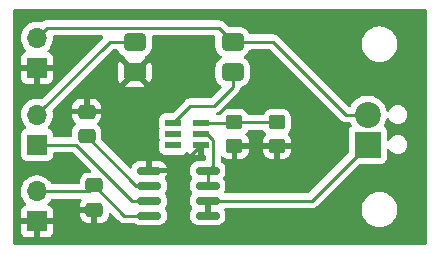
<source format=gtl>
G04 #@! TF.GenerationSoftware,KiCad,Pcbnew,7.0.2*
G04 #@! TF.CreationDate,2023-05-22T10:47:49+02:00*
G04 #@! TF.ProjectId,relaismsofet correctie,72656c61-6973-46d7-936f-66657420636f,rev?*
G04 #@! TF.SameCoordinates,Original*
G04 #@! TF.FileFunction,Copper,L1,Top*
G04 #@! TF.FilePolarity,Positive*
%FSLAX46Y46*%
G04 Gerber Fmt 4.6, Leading zero omitted, Abs format (unit mm)*
G04 Created by KiCad (PCBNEW 7.0.2) date 2023-05-22 10:47:49*
%MOMM*%
%LPD*%
G01*
G04 APERTURE LIST*
G04 Aperture macros list*
%AMRoundRect*
0 Rectangle with rounded corners*
0 $1 Rounding radius*
0 $2 $3 $4 $5 $6 $7 $8 $9 X,Y pos of 4 corners*
0 Add a 4 corners polygon primitive as box body*
4,1,4,$2,$3,$4,$5,$6,$7,$8,$9,$2,$3,0*
0 Add four circle primitives for the rounded corners*
1,1,$1+$1,$2,$3*
1,1,$1+$1,$4,$5*
1,1,$1+$1,$6,$7*
1,1,$1+$1,$8,$9*
0 Add four rect primitives between the rounded corners*
20,1,$1+$1,$2,$3,$4,$5,0*
20,1,$1+$1,$4,$5,$6,$7,0*
20,1,$1+$1,$6,$7,$8,$9,0*
20,1,$1+$1,$8,$9,$2,$3,0*%
G04 Aperture macros list end*
G04 #@! TA.AperFunction,SMDPad,CuDef*
%ADD10RoundRect,0.375000X0.575000X0.375000X-0.575000X0.375000X-0.575000X-0.375000X0.575000X-0.375000X0*%
G04 #@! TD*
G04 #@! TA.AperFunction,SMDPad,CuDef*
%ADD11RoundRect,0.041300X-0.643700X-0.253700X0.643700X-0.253700X0.643700X0.253700X-0.643700X0.253700X0*%
G04 #@! TD*
G04 #@! TA.AperFunction,SMDPad,CuDef*
%ADD12RoundRect,0.250000X-0.450000X0.350000X-0.450000X-0.350000X0.450000X-0.350000X0.450000X0.350000X0*%
G04 #@! TD*
G04 #@! TA.AperFunction,SMDPad,CuDef*
%ADD13RoundRect,0.250000X0.475000X-0.337500X0.475000X0.337500X-0.475000X0.337500X-0.475000X-0.337500X0*%
G04 #@! TD*
G04 #@! TA.AperFunction,ComponentPad*
%ADD14R,2.200000X2.200000*%
G04 #@! TD*
G04 #@! TA.AperFunction,ComponentPad*
%ADD15C,2.200000*%
G04 #@! TD*
G04 #@! TA.AperFunction,SMDPad,CuDef*
%ADD16RoundRect,0.250000X-0.475000X0.337500X-0.475000X-0.337500X0.475000X-0.337500X0.475000X0.337500X0*%
G04 #@! TD*
G04 #@! TA.AperFunction,SMDPad,CuDef*
%ADD17RoundRect,0.150000X0.825000X0.150000X-0.825000X0.150000X-0.825000X-0.150000X0.825000X-0.150000X0*%
G04 #@! TD*
G04 #@! TA.AperFunction,ComponentPad*
%ADD18R,1.700000X1.700000*%
G04 #@! TD*
G04 #@! TA.AperFunction,ComponentPad*
%ADD19O,1.700000X1.700000*%
G04 #@! TD*
G04 #@! TA.AperFunction,ViaPad*
%ADD20C,0.800000*%
G04 #@! TD*
G04 #@! TA.AperFunction,Conductor*
%ADD21C,0.250000*%
G04 #@! TD*
G04 #@! TA.AperFunction,Conductor*
%ADD22C,0.500000*%
G04 #@! TD*
G04 APERTURE END LIST*
D10*
X90274996Y-74805000D03*
X90274996Y-77345000D03*
X98574996Y-77345000D03*
X98574996Y-74805000D03*
D11*
X93550000Y-81650000D03*
X93550000Y-82600000D03*
X93550000Y-83550000D03*
X95900000Y-83550000D03*
X95900000Y-82600000D03*
X95900000Y-81650000D03*
D12*
X102325000Y-81625000D03*
X102325000Y-83625000D03*
X98725000Y-81625000D03*
X98725000Y-83625000D03*
D13*
X86207600Y-82774700D03*
X86207600Y-80699700D03*
D14*
X110000000Y-83500000D03*
D15*
X110000000Y-80960000D03*
D16*
X86868000Y-86962500D03*
X86868000Y-89037500D03*
D17*
X96450000Y-89505000D03*
X96450000Y-88235000D03*
X96450000Y-86965000D03*
X96450000Y-85695000D03*
X91500000Y-85695000D03*
X91500000Y-86965000D03*
X91500000Y-88235000D03*
X91500000Y-89505000D03*
D18*
X82000000Y-77000000D03*
D19*
X82000000Y-74460000D03*
D18*
X82000000Y-83500000D03*
D19*
X82000000Y-80960000D03*
D18*
X82000000Y-90000000D03*
D19*
X82000000Y-87460000D03*
D20*
X100500000Y-85425000D03*
X91200000Y-84250000D03*
D21*
X91525000Y-84575000D02*
X91200000Y-84250000D01*
X95900000Y-83550000D02*
X94875000Y-84575000D01*
X94875000Y-84575000D02*
X91525000Y-84575000D01*
X98574996Y-78600004D02*
X98574996Y-77345000D01*
X96975000Y-80200000D02*
X98574996Y-78600004D01*
X95000000Y-80200000D02*
X96975000Y-80200000D01*
X93550000Y-81650000D02*
X95000000Y-80200000D01*
X102325000Y-81625000D02*
X98725000Y-81625000D01*
X98700000Y-81650000D02*
X98725000Y-81625000D01*
X95900000Y-81650000D02*
X98700000Y-81650000D01*
X96365426Y-82600000D02*
X95900000Y-82600000D01*
X96910000Y-83144574D02*
X96365426Y-82600000D01*
X96910000Y-85235000D02*
X96910000Y-83144574D01*
X96450000Y-85695000D02*
X96910000Y-85235000D01*
X96450000Y-86965000D02*
X96450000Y-85695000D01*
X105265000Y-88235000D02*
X96450000Y-88235000D01*
X110000000Y-83500000D02*
X105265000Y-88235000D01*
X108160000Y-80960000D02*
X110000000Y-80960000D01*
X102005000Y-74805000D02*
X108160000Y-80960000D01*
X98574996Y-74805000D02*
X102005000Y-74805000D01*
X91500000Y-86965000D02*
X90397900Y-86965000D01*
X90397900Y-86965000D02*
X86207600Y-82774700D01*
X91500000Y-89505000D02*
X89410500Y-89505000D01*
X89410500Y-89505000D02*
X86868000Y-86962500D01*
X86370500Y-87460000D02*
X82000000Y-87460000D01*
X86868000Y-86962500D02*
X86370500Y-87460000D01*
X88145000Y-74805000D02*
X90274996Y-74805000D01*
X82000000Y-80960000D02*
X82000000Y-80950000D01*
X82000000Y-80950000D02*
X88145000Y-74805000D01*
X85307227Y-83500000D02*
X82000000Y-83500000D01*
X91500000Y-88235000D02*
X90042227Y-88235000D01*
X90042227Y-88235000D02*
X85307227Y-83500000D01*
X82850000Y-73610000D02*
X97379996Y-73610000D01*
X97379996Y-73610000D02*
X98574996Y-74805000D01*
X82000000Y-74460000D02*
X82850000Y-73610000D01*
D22*
X96450000Y-89505000D02*
X96450000Y-88235000D01*
G04 #@! TA.AperFunction,Conductor*
G36*
X101758273Y-75458185D02*
G01*
X101778915Y-75474819D01*
X107652910Y-81348814D01*
X107665959Y-81365101D01*
X107667999Y-81367016D01*
X107668000Y-81367018D01*
X107717701Y-81413690D01*
X107720465Y-81416369D01*
X107740230Y-81436134D01*
X107743484Y-81438658D01*
X107752367Y-81446244D01*
X107784679Y-81476586D01*
X107802572Y-81486422D01*
X107818831Y-81497103D01*
X107834959Y-81509613D01*
X107875625Y-81527210D01*
X107886106Y-81532346D01*
X107907567Y-81544144D01*
X107924940Y-81553695D01*
X107944710Y-81558771D01*
X107963115Y-81565071D01*
X107981855Y-81573181D01*
X108025618Y-81580111D01*
X108037045Y-81582478D01*
X108079970Y-81593500D01*
X108100391Y-81593500D01*
X108119788Y-81595026D01*
X108128555Y-81596415D01*
X108139942Y-81598219D01*
X108139942Y-81598218D01*
X108139943Y-81598219D01*
X108184049Y-81594049D01*
X108195718Y-81593500D01*
X108438522Y-81593500D01*
X108505561Y-81613185D01*
X108551316Y-81665989D01*
X108553071Y-81670018D01*
X108562384Y-81692502D01*
X108626588Y-81797273D01*
X108639891Y-81818981D01*
X108658135Y-81886427D01*
X108637018Y-81953030D01*
X108608474Y-81983038D01*
X108536737Y-82036739D01*
X108449110Y-82153796D01*
X108398011Y-82290794D01*
X108392463Y-82342403D01*
X108391500Y-82351362D01*
X108391499Y-82354652D01*
X108391499Y-82354671D01*
X108391499Y-84161232D01*
X108371814Y-84228272D01*
X108355180Y-84248913D01*
X105038914Y-87565181D01*
X104977591Y-87598666D01*
X104951233Y-87601500D01*
X97969718Y-87601500D01*
X97902679Y-87581815D01*
X97856924Y-87529011D01*
X97846980Y-87459853D01*
X97862986Y-87414379D01*
X97866101Y-87409111D01*
X97884145Y-87378601D01*
X97930562Y-87218831D01*
X97933500Y-87181502D01*
X97933500Y-86748498D01*
X97930562Y-86711169D01*
X97928043Y-86702500D01*
X97884145Y-86551399D01*
X97791479Y-86394709D01*
X97795197Y-86392510D01*
X97775456Y-86356357D01*
X97780440Y-86286665D01*
X97793440Y-86266450D01*
X97791479Y-86265291D01*
X97854080Y-86159438D01*
X97884145Y-86108601D01*
X97930562Y-85948831D01*
X97933500Y-85911502D01*
X97933500Y-85478498D01*
X97930562Y-85441169D01*
X97884145Y-85281399D01*
X97799453Y-85138193D01*
X97799452Y-85138191D01*
X97681809Y-85020548D01*
X97604378Y-84974755D01*
X97556695Y-84923685D01*
X97543500Y-84868023D01*
X97543500Y-84603524D01*
X97563185Y-84536485D01*
X97615989Y-84490730D01*
X97685147Y-84480786D01*
X97748703Y-84509811D01*
X97755181Y-84515843D01*
X97806654Y-84567316D01*
X97955877Y-84659357D01*
X98122303Y-84714506D01*
X98221890Y-84724680D01*
X98228168Y-84724999D01*
X98474999Y-84724999D01*
X98475000Y-84724998D01*
X98475000Y-83875000D01*
X98975000Y-83875000D01*
X98975000Y-84724999D01*
X99221829Y-84724999D01*
X99228111Y-84724678D01*
X99327695Y-84714506D01*
X99494122Y-84659357D01*
X99643345Y-84567316D01*
X99767316Y-84443345D01*
X99859357Y-84294122D01*
X99914506Y-84127696D01*
X99924680Y-84028109D01*
X99925000Y-84021831D01*
X99925000Y-83875000D01*
X101125001Y-83875000D01*
X101125001Y-84021829D01*
X101125321Y-84028111D01*
X101135493Y-84127695D01*
X101190642Y-84294122D01*
X101282683Y-84443345D01*
X101406654Y-84567316D01*
X101555877Y-84659357D01*
X101722303Y-84714506D01*
X101821890Y-84724680D01*
X101828168Y-84724999D01*
X102074999Y-84724999D01*
X102075000Y-84724998D01*
X102075000Y-83875000D01*
X102575000Y-83875000D01*
X102575000Y-84724999D01*
X102821829Y-84724999D01*
X102828111Y-84724678D01*
X102927695Y-84714506D01*
X103094122Y-84659357D01*
X103243345Y-84567316D01*
X103367316Y-84443345D01*
X103459357Y-84294122D01*
X103514506Y-84127696D01*
X103524680Y-84028109D01*
X103525000Y-84021831D01*
X103525000Y-83875000D01*
X102575000Y-83875000D01*
X102075000Y-83875000D01*
X101125001Y-83875000D01*
X99925000Y-83875000D01*
X98975000Y-83875000D01*
X98475000Y-83875000D01*
X98475000Y-83499000D01*
X98494685Y-83431961D01*
X98547489Y-83386206D01*
X98599000Y-83375000D01*
X99924999Y-83375000D01*
X99924999Y-83228170D01*
X99924678Y-83221888D01*
X99914506Y-83122304D01*
X99859357Y-82955877D01*
X99767316Y-82806654D01*
X99679353Y-82718691D01*
X99645868Y-82657368D01*
X99650852Y-82587676D01*
X99679351Y-82543330D01*
X99774030Y-82448652D01*
X99854986Y-82317402D01*
X99906933Y-82270679D01*
X99960524Y-82258500D01*
X101089476Y-82258500D01*
X101156515Y-82278185D01*
X101195013Y-82317401D01*
X101235797Y-82383521D01*
X101275971Y-82448654D01*
X101370646Y-82543329D01*
X101404131Y-82604652D01*
X101399147Y-82674344D01*
X101370647Y-82718691D01*
X101282681Y-82806656D01*
X101190642Y-82955877D01*
X101135493Y-83122303D01*
X101125319Y-83221890D01*
X101125000Y-83228168D01*
X101125000Y-83375000D01*
X103524999Y-83375000D01*
X103524999Y-83228170D01*
X103524678Y-83221888D01*
X103514506Y-83122304D01*
X103459357Y-82955877D01*
X103367316Y-82806654D01*
X103279353Y-82718691D01*
X103245868Y-82657368D01*
X103250852Y-82587676D01*
X103279351Y-82543330D01*
X103374030Y-82448652D01*
X103467115Y-82297738D01*
X103522887Y-82129426D01*
X103533500Y-82025545D01*
X103533499Y-81224456D01*
X103522887Y-81120574D01*
X103467115Y-80952262D01*
X103374030Y-80801348D01*
X103374029Y-80801347D01*
X103374028Y-80801345D01*
X103248654Y-80675971D01*
X103097736Y-80582884D01*
X102929426Y-80527112D01*
X102828675Y-80516819D01*
X102828659Y-80516818D01*
X102825545Y-80516500D01*
X102822397Y-80516500D01*
X101827604Y-80516500D01*
X101827584Y-80516500D01*
X101824456Y-80516501D01*
X101821325Y-80516820D01*
X101821321Y-80516821D01*
X101720574Y-80527112D01*
X101552263Y-80582884D01*
X101401345Y-80675971D01*
X101275971Y-80801345D01*
X101195015Y-80932597D01*
X101143067Y-80979321D01*
X101089476Y-80991500D01*
X99960524Y-80991500D01*
X99893485Y-80971815D01*
X99854985Y-80932597D01*
X99842622Y-80912554D01*
X99774030Y-80801348D01*
X99774029Y-80801347D01*
X99774028Y-80801345D01*
X99648654Y-80675971D01*
X99497736Y-80582884D01*
X99329426Y-80527112D01*
X99228675Y-80516819D01*
X99228659Y-80516818D01*
X99225545Y-80516500D01*
X99222397Y-80516500D01*
X98227604Y-80516500D01*
X98227584Y-80516500D01*
X98224456Y-80516501D01*
X98221325Y-80516820D01*
X98221321Y-80516821D01*
X98120574Y-80527112D01*
X97952263Y-80582884D01*
X97801345Y-80675971D01*
X97675971Y-80801345D01*
X97622135Y-80888626D01*
X97582885Y-80952262D01*
X97582885Y-80952263D01*
X97579595Y-80957597D01*
X97527647Y-81004321D01*
X97474056Y-81016500D01*
X97292136Y-81016500D01*
X97225097Y-80996815D01*
X97179342Y-80944011D01*
X97169398Y-80874853D01*
X97198423Y-80811297D01*
X97229008Y-80785772D01*
X97246165Y-80775625D01*
X97263632Y-80767068D01*
X97282617Y-80759552D01*
X97318475Y-80733498D01*
X97328223Y-80727096D01*
X97366362Y-80704542D01*
X97380800Y-80690103D01*
X97395588Y-80677472D01*
X97412107Y-80665472D01*
X97440359Y-80631319D01*
X97448203Y-80622699D01*
X98963813Y-79107089D01*
X98980093Y-79094048D01*
X98982010Y-79092006D01*
X98982014Y-79092004D01*
X99028687Y-79042299D01*
X99031305Y-79039598D01*
X99051131Y-79019774D01*
X99053656Y-79016517D01*
X99061247Y-79007628D01*
X99091582Y-78975325D01*
X99101415Y-78957436D01*
X99112096Y-78941176D01*
X99124610Y-78925045D01*
X99142203Y-78884385D01*
X99147339Y-78873899D01*
X99168691Y-78835064D01*
X99173769Y-78815281D01*
X99180066Y-78796889D01*
X99188177Y-78778149D01*
X99195108Y-78734380D01*
X99197474Y-78722957D01*
X99207307Y-78684661D01*
X99243047Y-78624626D01*
X99295317Y-78595728D01*
X99468358Y-78549362D01*
X99633835Y-78465047D01*
X99778166Y-78348170D01*
X99895043Y-78203839D01*
X99979358Y-78038362D01*
X100027426Y-77858971D01*
X100033496Y-77781843D01*
X100033495Y-76908158D01*
X100027426Y-76831029D01*
X99979358Y-76651638D01*
X99895043Y-76486161D01*
X99778166Y-76341830D01*
X99633835Y-76224953D01*
X99556372Y-76185483D01*
X99505578Y-76137510D01*
X99488783Y-76069689D01*
X99511320Y-76003555D01*
X99556372Y-75964516D01*
X99633835Y-75925047D01*
X99778166Y-75808170D01*
X99895043Y-75663839D01*
X99975361Y-75506205D01*
X100023337Y-75455409D01*
X100085847Y-75438500D01*
X101691234Y-75438500D01*
X101758273Y-75458185D01*
G37*
G04 #@! TD.AperFunction*
G04 #@! TA.AperFunction,Conductor*
G36*
X114942539Y-72020185D02*
G01*
X114988294Y-72072989D01*
X114999500Y-72124500D01*
X114999500Y-91875500D01*
X114979815Y-91942539D01*
X114927011Y-91988294D01*
X114875500Y-91999500D01*
X80134000Y-91999500D01*
X80066961Y-91979815D01*
X80021206Y-91927011D01*
X80010000Y-91875500D01*
X80010000Y-87460000D01*
X80636843Y-87460000D01*
X80655435Y-87684363D01*
X80655435Y-87684366D01*
X80655436Y-87684368D01*
X80687715Y-87811836D01*
X80710705Y-87902618D01*
X80801138Y-88108788D01*
X80801140Y-88108791D01*
X80924277Y-88297267D01*
X80924279Y-88297269D01*
X81075706Y-88461761D01*
X81106629Y-88524416D01*
X81098769Y-88593842D01*
X81054622Y-88647998D01*
X81027811Y-88661927D01*
X80907911Y-88706647D01*
X80792811Y-88792811D01*
X80706647Y-88907910D01*
X80656400Y-89042628D01*
X80650354Y-89098867D01*
X80650000Y-89105481D01*
X80650000Y-89750000D01*
X81566314Y-89750000D01*
X81540507Y-89790156D01*
X81500000Y-89928111D01*
X81500000Y-90071889D01*
X81540507Y-90209844D01*
X81566314Y-90250000D01*
X80650000Y-90250000D01*
X80650000Y-90894518D01*
X80650354Y-90901132D01*
X80656400Y-90957371D01*
X80706647Y-91092089D01*
X80792811Y-91207188D01*
X80907910Y-91293352D01*
X81042628Y-91343599D01*
X81098867Y-91349645D01*
X81105482Y-91350000D01*
X81750000Y-91350000D01*
X81750000Y-90435501D01*
X81857685Y-90484680D01*
X81964237Y-90500000D01*
X82035763Y-90500000D01*
X82142315Y-90484680D01*
X82250000Y-90435501D01*
X82250000Y-91350000D01*
X82894518Y-91350000D01*
X82901132Y-91349645D01*
X82957371Y-91343599D01*
X83092089Y-91293352D01*
X83207188Y-91207188D01*
X83293352Y-91092089D01*
X83343599Y-90957371D01*
X83349645Y-90901132D01*
X83350000Y-90894518D01*
X83350000Y-90250000D01*
X82433686Y-90250000D01*
X82459493Y-90209844D01*
X82500000Y-90071889D01*
X82500000Y-89928111D01*
X82459493Y-89790156D01*
X82433686Y-89750000D01*
X83350000Y-89750000D01*
X83350000Y-89287500D01*
X85643001Y-89287500D01*
X85643001Y-89421829D01*
X85643321Y-89428111D01*
X85653493Y-89527695D01*
X85708642Y-89694122D01*
X85800683Y-89843345D01*
X85924654Y-89967316D01*
X86073877Y-90059357D01*
X86240303Y-90114506D01*
X86339890Y-90124680D01*
X86346168Y-90124999D01*
X86617999Y-90124999D01*
X86618000Y-90124998D01*
X86618000Y-89287500D01*
X85643001Y-89287500D01*
X83350000Y-89287500D01*
X83350000Y-89105481D01*
X83349645Y-89098867D01*
X83343599Y-89042628D01*
X83293352Y-88907910D01*
X83207188Y-88792811D01*
X83092089Y-88706647D01*
X82972188Y-88661927D01*
X82916255Y-88620055D01*
X82891838Y-88554591D01*
X82906690Y-88486318D01*
X82924289Y-88461766D01*
X83075722Y-88297268D01*
X83116308Y-88235147D01*
X83172147Y-88149679D01*
X83225294Y-88104322D01*
X83275956Y-88093500D01*
X85663724Y-88093500D01*
X85730763Y-88113185D01*
X85776518Y-88165989D01*
X85786462Y-88235147D01*
X85769263Y-88282597D01*
X85708641Y-88380879D01*
X85653493Y-88547303D01*
X85643319Y-88646890D01*
X85643000Y-88653168D01*
X85643000Y-88787500D01*
X86994000Y-88787500D01*
X87061039Y-88807185D01*
X87106794Y-88859989D01*
X87118000Y-88911500D01*
X87118000Y-90124999D01*
X87389829Y-90124999D01*
X87396111Y-90124678D01*
X87495695Y-90114506D01*
X87662122Y-90059357D01*
X87811345Y-89967316D01*
X87935316Y-89843345D01*
X88027357Y-89694122D01*
X88082506Y-89527696D01*
X88092680Y-89428109D01*
X88092999Y-89421833D01*
X88092999Y-89382769D01*
X88112682Y-89315729D01*
X88165485Y-89269973D01*
X88234643Y-89260028D01*
X88298200Y-89289051D01*
X88304680Y-89295085D01*
X88903412Y-89893817D01*
X88916456Y-89910098D01*
X88918499Y-89912016D01*
X88918500Y-89912018D01*
X88968184Y-89958674D01*
X88970948Y-89961353D01*
X88990730Y-89981135D01*
X88993806Y-89983521D01*
X88994003Y-89983674D01*
X89002872Y-89991249D01*
X89035179Y-90021586D01*
X89053064Y-90031418D01*
X89069325Y-90042099D01*
X89085459Y-90054614D01*
X89126125Y-90072210D01*
X89136612Y-90077348D01*
X89175440Y-90098695D01*
X89195208Y-90103770D01*
X89213619Y-90110073D01*
X89232355Y-90118181D01*
X89276126Y-90125113D01*
X89287541Y-90127477D01*
X89330470Y-90138500D01*
X89350884Y-90138500D01*
X89370283Y-90140027D01*
X89390443Y-90143220D01*
X89434556Y-90139050D01*
X89446226Y-90138500D01*
X90175877Y-90138500D01*
X90242916Y-90158185D01*
X90263558Y-90174819D01*
X90268191Y-90179452D01*
X90411399Y-90264145D01*
X90571165Y-90310561D01*
X90571169Y-90310562D01*
X90608498Y-90313500D01*
X90610943Y-90313500D01*
X92389057Y-90313500D01*
X92391502Y-90313500D01*
X92428831Y-90310562D01*
X92588601Y-90264145D01*
X92731807Y-90179453D01*
X92849453Y-90061807D01*
X92934145Y-89918601D01*
X92980562Y-89758831D01*
X92983500Y-89721502D01*
X92983500Y-89288498D01*
X92980562Y-89251169D01*
X92934145Y-89091399D01*
X92849453Y-88948193D01*
X92841479Y-88934709D01*
X92845197Y-88932509D01*
X92825464Y-88896396D01*
X92830427Y-88826703D01*
X92843441Y-88806451D01*
X92841479Y-88805291D01*
X92888897Y-88725111D01*
X92934145Y-88648601D01*
X92980562Y-88488831D01*
X92983500Y-88451502D01*
X92983500Y-88018498D01*
X92980562Y-87981169D01*
X92957740Y-87902616D01*
X92934145Y-87821399D01*
X92841479Y-87664709D01*
X92845197Y-87662509D01*
X92825464Y-87626396D01*
X92830427Y-87556703D01*
X92843441Y-87536451D01*
X92841479Y-87535291D01*
X92912986Y-87414379D01*
X92934145Y-87378601D01*
X92980562Y-87218831D01*
X92983500Y-87181502D01*
X92983500Y-86748498D01*
X92980562Y-86711169D01*
X92978043Y-86702500D01*
X92934145Y-86551399D01*
X92841479Y-86394709D01*
X92843134Y-86393729D01*
X92819446Y-86350347D01*
X92824430Y-86280655D01*
X92836866Y-86261316D01*
X92834709Y-86260040D01*
X92926280Y-86105200D01*
X92972099Y-85947488D01*
X92972295Y-85945000D01*
X91374000Y-85945000D01*
X91306961Y-85925315D01*
X91261206Y-85872511D01*
X91250000Y-85821000D01*
X91250000Y-84895000D01*
X91750000Y-84895000D01*
X91750000Y-85445000D01*
X92972295Y-85445000D01*
X92972295Y-85444999D01*
X92972099Y-85442511D01*
X92926280Y-85284799D01*
X92842682Y-85143442D01*
X92726557Y-85027317D01*
X92585197Y-84943717D01*
X92427493Y-84897900D01*
X92393076Y-84895191D01*
X92388197Y-84895000D01*
X91750000Y-84895000D01*
X91250000Y-84895000D01*
X90611803Y-84895000D01*
X90606923Y-84895191D01*
X90572506Y-84897900D01*
X90414802Y-84943717D01*
X90273442Y-85027317D01*
X90157317Y-85143442D01*
X90073717Y-85284802D01*
X90028632Y-85439985D01*
X89991026Y-85498871D01*
X89927553Y-85528077D01*
X89858366Y-85518331D01*
X89821875Y-85493071D01*
X87477418Y-83148614D01*
X87443933Y-83087291D01*
X87441099Y-83060933D01*
X87441099Y-82389804D01*
X87441099Y-82389802D01*
X87441099Y-82386656D01*
X87430487Y-82282774D01*
X87374715Y-82114462D01*
X87281630Y-81963548D01*
X87281629Y-81963547D01*
X87281628Y-81963545D01*
X87156251Y-81838168D01*
X87155563Y-81837744D01*
X87153201Y-81835118D01*
X87146004Y-81827921D01*
X87146384Y-81827540D01*
X87108838Y-81785796D01*
X87097617Y-81716833D01*
X87125460Y-81652751D01*
X87142308Y-81638153D01*
X87274916Y-81505545D01*
X87366957Y-81356322D01*
X87422106Y-81189896D01*
X87432280Y-81090309D01*
X87432600Y-81084031D01*
X87432600Y-80949700D01*
X84982601Y-80949700D01*
X84982601Y-81084029D01*
X84982921Y-81090311D01*
X84993093Y-81189895D01*
X85048242Y-81356322D01*
X85140283Y-81505545D01*
X85274504Y-81639766D01*
X85272878Y-81641391D01*
X85306359Y-81678612D01*
X85317583Y-81747575D01*
X85289741Y-81811658D01*
X85259640Y-81837742D01*
X85258948Y-81838168D01*
X85133571Y-81963545D01*
X85040484Y-82114463D01*
X84984712Y-82282773D01*
X84974419Y-82383524D01*
X84974418Y-82383541D01*
X84974100Y-82386655D01*
X84974100Y-82604671D01*
X84974101Y-82742500D01*
X84954417Y-82809539D01*
X84901613Y-82855294D01*
X84850101Y-82866500D01*
X83482500Y-82866500D01*
X83415461Y-82846815D01*
X83369706Y-82794011D01*
X83358500Y-82742500D01*
X83358500Y-82604671D01*
X83358500Y-82601362D01*
X83351989Y-82540799D01*
X83351988Y-82540797D01*
X83351988Y-82540794D01*
X83300889Y-82403796D01*
X83213261Y-82286738D01*
X83096203Y-82199110D01*
X82978405Y-82155173D01*
X82922471Y-82113302D01*
X82898055Y-82047837D01*
X82912907Y-81979564D01*
X82930507Y-81955011D01*
X83075722Y-81797268D01*
X83198860Y-81608791D01*
X83289296Y-81402616D01*
X83344564Y-81184368D01*
X83363156Y-80960000D01*
X83344564Y-80735632D01*
X83314516Y-80616981D01*
X83317142Y-80547161D01*
X83347040Y-80498862D01*
X83396202Y-80449700D01*
X84982600Y-80449700D01*
X85957600Y-80449700D01*
X85957600Y-79612200D01*
X86457600Y-79612200D01*
X86457600Y-80449700D01*
X87432599Y-80449700D01*
X87432599Y-80315370D01*
X87432278Y-80309088D01*
X87422106Y-80209504D01*
X87366957Y-80043077D01*
X87274916Y-79893854D01*
X87150945Y-79769883D01*
X87001722Y-79677842D01*
X86835296Y-79622693D01*
X86735709Y-79612519D01*
X86729432Y-79612200D01*
X86457600Y-79612200D01*
X85957600Y-79612200D01*
X85685771Y-79612200D01*
X85679488Y-79612521D01*
X85579904Y-79622693D01*
X85413477Y-79677842D01*
X85264254Y-79769883D01*
X85140283Y-79893854D01*
X85048242Y-80043077D01*
X84993093Y-80209503D01*
X84982919Y-80309090D01*
X84982600Y-80315368D01*
X84982600Y-80449700D01*
X83396202Y-80449700D01*
X85293579Y-78552324D01*
X89421224Y-78552324D01*
X89581171Y-78592103D01*
X89621804Y-78594858D01*
X89625996Y-78595000D01*
X90923996Y-78595000D01*
X90928187Y-78594858D01*
X90968819Y-78592103D01*
X91128766Y-78552323D01*
X90274997Y-77698553D01*
X90274996Y-77698553D01*
X89421224Y-78552323D01*
X89421224Y-78552324D01*
X85293579Y-78552324D01*
X86051903Y-77794000D01*
X88824996Y-77794000D01*
X88825137Y-77798191D01*
X88827892Y-77838819D01*
X88873827Y-78023521D01*
X88958389Y-78194027D01*
X89009202Y-78257240D01*
X89921443Y-77345000D01*
X90628549Y-77345000D01*
X91540788Y-78257240D01*
X91540789Y-78257239D01*
X91591603Y-78194026D01*
X91676164Y-78023523D01*
X91722099Y-77838819D01*
X91724854Y-77798191D01*
X91724996Y-77794000D01*
X91724996Y-76895999D01*
X91724854Y-76891808D01*
X91722099Y-76851180D01*
X91676164Y-76666478D01*
X91591602Y-76495972D01*
X91540789Y-76432759D01*
X90628549Y-77344999D01*
X90628549Y-77345000D01*
X89921443Y-77345000D01*
X89009201Y-76432758D01*
X88958389Y-76495972D01*
X88873827Y-76666478D01*
X88827892Y-76851180D01*
X88825137Y-76891808D01*
X88824996Y-76895999D01*
X88824996Y-77794000D01*
X86051903Y-77794000D01*
X88371084Y-75474819D01*
X88432408Y-75441334D01*
X88458766Y-75438500D01*
X88764145Y-75438500D01*
X88831184Y-75458185D01*
X88874630Y-75506205D01*
X88954949Y-75663839D01*
X89071826Y-75808170D01*
X89216157Y-75925047D01*
X89357231Y-75996928D01*
X89408027Y-76044903D01*
X89424822Y-76112724D01*
X89420923Y-76137373D01*
X90274996Y-76991446D01*
X90274997Y-76991446D01*
X91129630Y-76136810D01*
X91130607Y-76070724D01*
X91169246Y-76012510D01*
X91192756Y-75996930D01*
X91333835Y-75925047D01*
X91478166Y-75808170D01*
X91595043Y-75663839D01*
X91679358Y-75498362D01*
X91727426Y-75318971D01*
X91733496Y-75241843D01*
X91733495Y-74368158D01*
X91733578Y-74372348D01*
X91750588Y-74304631D01*
X91801544Y-74256827D01*
X91857469Y-74243500D01*
X96992522Y-74243500D01*
X97059561Y-74263185D01*
X97105316Y-74315989D01*
X97116413Y-74372343D01*
X97116496Y-74368157D01*
X97116496Y-75239420D01*
X97116496Y-75239445D01*
X97116497Y-75241842D01*
X97116685Y-75244233D01*
X97116686Y-75244254D01*
X97122566Y-75318971D01*
X97170633Y-75498361D01*
X97224872Y-75604810D01*
X97254949Y-75663839D01*
X97371826Y-75808170D01*
X97516157Y-75925047D01*
X97588007Y-75961656D01*
X97593617Y-75964515D01*
X97644413Y-76012490D01*
X97661208Y-76080311D01*
X97638670Y-76146446D01*
X97593617Y-76185485D01*
X97516156Y-76224953D01*
X97371826Y-76341830D01*
X97254949Y-76486160D01*
X97170633Y-76651637D01*
X97122566Y-76831029D01*
X97116687Y-76905722D01*
X97116686Y-76905738D01*
X97116496Y-76908157D01*
X97116496Y-76910601D01*
X97116496Y-76910602D01*
X97116496Y-77779420D01*
X97116496Y-77779445D01*
X97116497Y-77781842D01*
X97116685Y-77784233D01*
X97116686Y-77784254D01*
X97122566Y-77858971D01*
X97170633Y-78038361D01*
X97254949Y-78203839D01*
X97371826Y-78348170D01*
X97493091Y-78446368D01*
X97516158Y-78465048D01*
X97561429Y-78488115D01*
X97612224Y-78536090D01*
X97629019Y-78603911D01*
X97606481Y-78670045D01*
X97592814Y-78686280D01*
X96748914Y-79530181D01*
X96687591Y-79563666D01*
X96661233Y-79566500D01*
X95083634Y-79566500D01*
X95062891Y-79564210D01*
X94991970Y-79566439D01*
X94988075Y-79566500D01*
X94960144Y-79566500D01*
X94956289Y-79566986D01*
X94956255Y-79566989D01*
X94956024Y-79567019D01*
X94944404Y-79567933D01*
X94900110Y-79569325D01*
X94880496Y-79575023D01*
X94861460Y-79578965D01*
X94841206Y-79581525D01*
X94800016Y-79597832D01*
X94788970Y-79601613D01*
X94746407Y-79613979D01*
X94728828Y-79624376D01*
X94711364Y-79632932D01*
X94702620Y-79636394D01*
X94692382Y-79640448D01*
X94656539Y-79666489D01*
X94646782Y-79672898D01*
X94608638Y-79695457D01*
X94594200Y-79709895D01*
X94579411Y-79722525D01*
X94562894Y-79734525D01*
X94534644Y-79768673D01*
X94526783Y-79777311D01*
X93493914Y-80810181D01*
X93432591Y-80843666D01*
X93406233Y-80846500D01*
X92863256Y-80846500D01*
X92859591Y-80846940D01*
X92859592Y-80846940D01*
X92774899Y-80857110D01*
X92634305Y-80912554D01*
X92513877Y-81003877D01*
X92422554Y-81124305D01*
X92367110Y-81264899D01*
X92367110Y-81264903D01*
X92356500Y-81353256D01*
X92356500Y-81946744D01*
X92356940Y-81950407D01*
X92367110Y-82035100D01*
X92384623Y-82079508D01*
X92390905Y-82149094D01*
X92384624Y-82170486D01*
X92367110Y-82214898D01*
X92357996Y-82290799D01*
X92356500Y-82303256D01*
X92356500Y-82896744D01*
X92356940Y-82900407D01*
X92367110Y-82985099D01*
X92384624Y-83029511D01*
X92390905Y-83099098D01*
X92384624Y-83120489D01*
X92367110Y-83164900D01*
X92367110Y-83164903D01*
X92356500Y-83253256D01*
X92356500Y-83846744D01*
X92356940Y-83850407D01*
X92367110Y-83935100D01*
X92422554Y-84075694D01*
X92422555Y-84075696D01*
X92453664Y-84116718D01*
X92513877Y-84196122D01*
X92574090Y-84241783D01*
X92634304Y-84287445D01*
X92691360Y-84309945D01*
X92774899Y-84342889D01*
X92774901Y-84342889D01*
X92774903Y-84342890D01*
X92863256Y-84353500D01*
X92866956Y-84353500D01*
X94233044Y-84353500D01*
X94236744Y-84353500D01*
X94325097Y-84342890D01*
X94465696Y-84287445D01*
X94586122Y-84196122D01*
X94631530Y-84136243D01*
X94687721Y-84094721D01*
X94757442Y-84090169D01*
X94818556Y-84124033D01*
X94829136Y-84136243D01*
X94869943Y-84190054D01*
X94988510Y-84279966D01*
X95126931Y-84334553D01*
X95210258Y-84344559D01*
X95217622Y-84345000D01*
X95650000Y-84345000D01*
X95650000Y-83527500D01*
X95669685Y-83460461D01*
X95722489Y-83414706D01*
X95774000Y-83403500D01*
X96026000Y-83403500D01*
X96093039Y-83423185D01*
X96138794Y-83475989D01*
X96150000Y-83527500D01*
X96150000Y-84345000D01*
X96152500Y-84345000D01*
X96219539Y-84364685D01*
X96265294Y-84417489D01*
X96276500Y-84469000D01*
X96276500Y-84762500D01*
X96256815Y-84829539D01*
X96204011Y-84875294D01*
X96152500Y-84886500D01*
X95558498Y-84886500D01*
X95556077Y-84886690D01*
X95556065Y-84886691D01*
X95521165Y-84889438D01*
X95361399Y-84935854D01*
X95218191Y-85020547D01*
X95100547Y-85138191D01*
X95015854Y-85281399D01*
X94969438Y-85441165D01*
X94969137Y-85444999D01*
X94966500Y-85478498D01*
X94966500Y-85911502D01*
X94966690Y-85913923D01*
X94966691Y-85913934D01*
X94969438Y-85948834D01*
X95015854Y-86108600D01*
X95108521Y-86265291D01*
X95104802Y-86267490D01*
X95124543Y-86303642D01*
X95119559Y-86373334D01*
X95106565Y-86393552D01*
X95108521Y-86394709D01*
X95015854Y-86551399D01*
X94969438Y-86711165D01*
X94969438Y-86711169D01*
X94966500Y-86748498D01*
X94966500Y-87181502D01*
X94966690Y-87183923D01*
X94966691Y-87183934D01*
X94969438Y-87218834D01*
X95015854Y-87378600D01*
X95015855Y-87378601D01*
X95096457Y-87514892D01*
X95108521Y-87535290D01*
X95104804Y-87537488D01*
X95124552Y-87573680D01*
X95119545Y-87643370D01*
X95106571Y-87663557D01*
X95108521Y-87664710D01*
X95015854Y-87821399D01*
X94969438Y-87981165D01*
X94969438Y-87981169D01*
X94966500Y-88018498D01*
X94966500Y-88451502D01*
X94966690Y-88453923D01*
X94966691Y-88453934D01*
X94969438Y-88488834D01*
X95015854Y-88648600D01*
X95108521Y-88805291D01*
X95104802Y-88807490D01*
X95124543Y-88843642D01*
X95119559Y-88913334D01*
X95106568Y-88933555D01*
X95108521Y-88934710D01*
X95015854Y-89091399D01*
X94969438Y-89251165D01*
X94968741Y-89260028D01*
X94966500Y-89288498D01*
X94966500Y-89721502D01*
X94966690Y-89723923D01*
X94966691Y-89723934D01*
X94969438Y-89758834D01*
X95015854Y-89918600D01*
X95100547Y-90061808D01*
X95218191Y-90179452D01*
X95361399Y-90264145D01*
X95521165Y-90310561D01*
X95521169Y-90310562D01*
X95558498Y-90313500D01*
X95560943Y-90313500D01*
X97339057Y-90313500D01*
X97341502Y-90313500D01*
X97378831Y-90310562D01*
X97538601Y-90264145D01*
X97681807Y-90179453D01*
X97799453Y-90061807D01*
X97884145Y-89918601D01*
X97930562Y-89758831D01*
X97933500Y-89721502D01*
X97933500Y-89288498D01*
X97930562Y-89251169D01*
X97893713Y-89124334D01*
X109499500Y-89124334D01*
X109540429Y-89369615D01*
X109621170Y-89604805D01*
X109621172Y-89604810D01*
X109739526Y-89823509D01*
X109739529Y-89823514D01*
X109866975Y-89987255D01*
X109892262Y-90019744D01*
X110075215Y-90188164D01*
X110283393Y-90324173D01*
X110511119Y-90424063D01*
X110752179Y-90485108D01*
X110937933Y-90500500D01*
X110940503Y-90500500D01*
X111059497Y-90500500D01*
X111062067Y-90500500D01*
X111247821Y-90485108D01*
X111488881Y-90424063D01*
X111716607Y-90324173D01*
X111924785Y-90188164D01*
X112107738Y-90019744D01*
X112260474Y-89823509D01*
X112378828Y-89604810D01*
X112459571Y-89369614D01*
X112500500Y-89124335D01*
X112500500Y-88875665D01*
X112459571Y-88630386D01*
X112378828Y-88395190D01*
X112260474Y-88176491D01*
X112260471Y-88176487D01*
X112260470Y-88176485D01*
X112135609Y-88016065D01*
X112107738Y-87980256D01*
X111924785Y-87811836D01*
X111716607Y-87675827D01*
X111716604Y-87675825D01*
X111591523Y-87620960D01*
X111488881Y-87575937D01*
X111275128Y-87521807D01*
X111247822Y-87514892D01*
X111213854Y-87512077D01*
X111062067Y-87499500D01*
X110937933Y-87499500D01*
X110820111Y-87509262D01*
X110752177Y-87514892D01*
X110630087Y-87545810D01*
X110511119Y-87575937D01*
X110511116Y-87575938D01*
X110511117Y-87575938D01*
X110283395Y-87675825D01*
X110144607Y-87766499D01*
X110075215Y-87811836D01*
X109976600Y-87902618D01*
X109892259Y-87980259D01*
X109739529Y-88176485D01*
X109621170Y-88395194D01*
X109540429Y-88630384D01*
X109499500Y-88875665D01*
X109499500Y-89124334D01*
X97893713Y-89124334D01*
X97884145Y-89091399D01*
X97862986Y-89055621D01*
X97845803Y-88987897D01*
X97867963Y-88921635D01*
X97922429Y-88877871D01*
X97969718Y-88868500D01*
X105181367Y-88868500D01*
X105202108Y-88870789D01*
X105204905Y-88870701D01*
X105204909Y-88870702D01*
X105273017Y-88868560D01*
X105276913Y-88868500D01*
X105300958Y-88868500D01*
X105304856Y-88868500D01*
X105308724Y-88868011D01*
X105308947Y-88867983D01*
X105320608Y-88867064D01*
X105364889Y-88865673D01*
X105384498Y-88859975D01*
X105403531Y-88856033D01*
X105423797Y-88853474D01*
X105465006Y-88837157D01*
X105476037Y-88833380D01*
X105518593Y-88821018D01*
X105536160Y-88810628D01*
X105553632Y-88802068D01*
X105572617Y-88794552D01*
X105608475Y-88768498D01*
X105618223Y-88762096D01*
X105656362Y-88739542D01*
X105670800Y-88725103D01*
X105685588Y-88712472D01*
X105702107Y-88700472D01*
X105730359Y-88666319D01*
X105738203Y-88657699D01*
X109251084Y-85144819D01*
X109312408Y-85111334D01*
X109338766Y-85108500D01*
X111145328Y-85108500D01*
X111148638Y-85108500D01*
X111209201Y-85101989D01*
X111209203Y-85101988D01*
X111209205Y-85101988D01*
X111287124Y-85072924D01*
X111346204Y-85050889D01*
X111463261Y-84963261D01*
X111550889Y-84846204D01*
X111596216Y-84724680D01*
X111601988Y-84709205D01*
X111601988Y-84709203D01*
X111601989Y-84709201D01*
X111608500Y-84648638D01*
X111608500Y-83952548D01*
X111628185Y-83885509D01*
X111680989Y-83839754D01*
X111750147Y-83829810D01*
X111813703Y-83858835D01*
X111837492Y-83886574D01*
X111867983Y-83935100D01*
X111910185Y-84002264D01*
X112037735Y-84129814D01*
X112037737Y-84129815D01*
X112037738Y-84129816D01*
X112190478Y-84225789D01*
X112360745Y-84285368D01*
X112495046Y-84300500D01*
X112498530Y-84300500D01*
X112581470Y-84300500D01*
X112584954Y-84300500D01*
X112719255Y-84285368D01*
X112889522Y-84225789D01*
X113042262Y-84129816D01*
X113169816Y-84002262D01*
X113265789Y-83849522D01*
X113325368Y-83679255D01*
X113345565Y-83500000D01*
X113325368Y-83320745D01*
X113265789Y-83150478D01*
X113169816Y-82997738D01*
X113169815Y-82997737D01*
X113169814Y-82997735D01*
X113042264Y-82870185D01*
X112941158Y-82806656D01*
X112889522Y-82774211D01*
X112719255Y-82714632D01*
X112719251Y-82714631D01*
X112719250Y-82714631D01*
X112588420Y-82699890D01*
X112588410Y-82699889D01*
X112584954Y-82699500D01*
X112495046Y-82699500D01*
X112491590Y-82699889D01*
X112491579Y-82699890D01*
X112360749Y-82714631D01*
X112360746Y-82714631D01*
X112360745Y-82714632D01*
X112190478Y-82774211D01*
X112190476Y-82774211D01*
X112190476Y-82774212D01*
X112037735Y-82870185D01*
X111910184Y-82997736D01*
X111837494Y-83113423D01*
X111785159Y-83159714D01*
X111716106Y-83170362D01*
X111652257Y-83141987D01*
X111613885Y-83083598D01*
X111608500Y-83047451D01*
X111608500Y-82354671D01*
X111608500Y-82351362D01*
X111601989Y-82290799D01*
X111601988Y-82290797D01*
X111601988Y-82290794D01*
X111550889Y-82153796D01*
X111463262Y-82036740D01*
X111461071Y-82035100D01*
X111391524Y-81983037D01*
X111349654Y-81927104D01*
X111344670Y-81857413D01*
X111360109Y-81818981D01*
X111437616Y-81692502D01*
X111534505Y-81458591D01*
X111571148Y-81305960D01*
X111605937Y-81245370D01*
X111667963Y-81213205D01*
X111737532Y-81219681D01*
X111792556Y-81262740D01*
X111808761Y-81293950D01*
X111814209Y-81309518D01*
X111814210Y-81309520D01*
X111814211Y-81309522D01*
X111844016Y-81356956D01*
X111910185Y-81462264D01*
X112037735Y-81589814D01*
X112037737Y-81589815D01*
X112037738Y-81589816D01*
X112190478Y-81685789D01*
X112360745Y-81745368D01*
X112495046Y-81760500D01*
X112498530Y-81760500D01*
X112581470Y-81760500D01*
X112584954Y-81760500D01*
X112719255Y-81745368D01*
X112889522Y-81685789D01*
X113042262Y-81589816D01*
X113169816Y-81462262D01*
X113265789Y-81309522D01*
X113325368Y-81139255D01*
X113345565Y-80960000D01*
X113325368Y-80780745D01*
X113265789Y-80610478D01*
X113169816Y-80457738D01*
X113169815Y-80457737D01*
X113169814Y-80457735D01*
X113042264Y-80330185D01*
X112961499Y-80279437D01*
X112889522Y-80234211D01*
X112719255Y-80174632D01*
X112719251Y-80174631D01*
X112719250Y-80174631D01*
X112588420Y-80159890D01*
X112588410Y-80159889D01*
X112584954Y-80159500D01*
X112495046Y-80159500D01*
X112491590Y-80159889D01*
X112491579Y-80159890D01*
X112360749Y-80174631D01*
X112360746Y-80174631D01*
X112360745Y-80174632D01*
X112190478Y-80234211D01*
X112190476Y-80234211D01*
X112190476Y-80234212D01*
X112037735Y-80330185D01*
X111910185Y-80457735D01*
X111814209Y-80610480D01*
X111808761Y-80626050D01*
X111768037Y-80682824D01*
X111703084Y-80708569D01*
X111634522Y-80695111D01*
X111584121Y-80646722D01*
X111571147Y-80614037D01*
X111570292Y-80610476D01*
X111534505Y-80461409D01*
X111437616Y-80227498D01*
X111305328Y-80011624D01*
X111140898Y-79819102D01*
X110948376Y-79654672D01*
X110732502Y-79522384D01*
X110615546Y-79473939D01*
X110498590Y-79425494D01*
X110252404Y-79366391D01*
X110000000Y-79346526D01*
X109747595Y-79366391D01*
X109501409Y-79425494D01*
X109267496Y-79522385D01*
X109051625Y-79654671D01*
X108859102Y-79819102D01*
X108694671Y-80011625D01*
X108557285Y-80235819D01*
X108555563Y-80234763D01*
X108519561Y-80279437D01*
X108453266Y-80301499D01*
X108385567Y-80284217D01*
X108361164Y-80265259D01*
X103220239Y-75124334D01*
X109499500Y-75124334D01*
X109540429Y-75369615D01*
X109619929Y-75601189D01*
X109621172Y-75604810D01*
X109739526Y-75823509D01*
X109739529Y-75823514D01*
X109818556Y-75925047D01*
X109892262Y-76019744D01*
X110075215Y-76188164D01*
X110283393Y-76324173D01*
X110511119Y-76424063D01*
X110752179Y-76485108D01*
X110937933Y-76500500D01*
X110940503Y-76500500D01*
X111059497Y-76500500D01*
X111062067Y-76500500D01*
X111247821Y-76485108D01*
X111488881Y-76424063D01*
X111716607Y-76324173D01*
X111924785Y-76188164D01*
X112107738Y-76019744D01*
X112260474Y-75823509D01*
X112378828Y-75604810D01*
X112459571Y-75369614D01*
X112500500Y-75124335D01*
X112500500Y-74875665D01*
X112459571Y-74630386D01*
X112378828Y-74395190D01*
X112260474Y-74176491D01*
X112260471Y-74176487D01*
X112260470Y-74176485D01*
X112136636Y-74017384D01*
X112107738Y-73980256D01*
X111924785Y-73811836D01*
X111716607Y-73675827D01*
X111716604Y-73675825D01*
X111591523Y-73620960D01*
X111488881Y-73575937D01*
X111294904Y-73526815D01*
X111247822Y-73514892D01*
X111213854Y-73512077D01*
X111062067Y-73499500D01*
X110937933Y-73499500D01*
X110820111Y-73509262D01*
X110752177Y-73514892D01*
X110630087Y-73545810D01*
X110511119Y-73575937D01*
X110511116Y-73575938D01*
X110511117Y-73575938D01*
X110283395Y-73675825D01*
X110144607Y-73766499D01*
X110075215Y-73811836D01*
X110075213Y-73811837D01*
X110075214Y-73811837D01*
X109892259Y-73980259D01*
X109739529Y-74176485D01*
X109690060Y-74267896D01*
X109630385Y-74378167D01*
X109621170Y-74395194D01*
X109540429Y-74630384D01*
X109499500Y-74875665D01*
X109499500Y-75124334D01*
X103220239Y-75124334D01*
X102512088Y-74416183D01*
X102499044Y-74399902D01*
X102497000Y-74397983D01*
X102497000Y-74397982D01*
X102447315Y-74351325D01*
X102444550Y-74348645D01*
X102427527Y-74331622D01*
X102424770Y-74328865D01*
X102421486Y-74326317D01*
X102412623Y-74318746D01*
X102380321Y-74288414D01*
X102362433Y-74278580D01*
X102346169Y-74267896D01*
X102330040Y-74255385D01*
X102289377Y-74237789D01*
X102278883Y-74232648D01*
X102240062Y-74211305D01*
X102228386Y-74208307D01*
X102220284Y-74206227D01*
X102201879Y-74199926D01*
X102183145Y-74191819D01*
X102183143Y-74191818D01*
X102183142Y-74191818D01*
X102139383Y-74184887D01*
X102127943Y-74182518D01*
X102085031Y-74171500D01*
X102085030Y-74171500D01*
X102064616Y-74171500D01*
X102045217Y-74169973D01*
X102025058Y-74166780D01*
X102025057Y-74166780D01*
X101992318Y-74169874D01*
X101980943Y-74170950D01*
X101969274Y-74171500D01*
X100085847Y-74171500D01*
X100018808Y-74151815D01*
X99975362Y-74103795D01*
X99931333Y-74017384D01*
X99895043Y-73946161D01*
X99778166Y-73801830D01*
X99633835Y-73684953D01*
X99615924Y-73675827D01*
X99468358Y-73600637D01*
X99326876Y-73562727D01*
X99288967Y-73552570D01*
X99279713Y-73551841D01*
X99214273Y-73546691D01*
X99214258Y-73546690D01*
X99211839Y-73546500D01*
X99209394Y-73546500D01*
X98263763Y-73546500D01*
X98196724Y-73526815D01*
X98176082Y-73510181D01*
X97887084Y-73221183D01*
X97874040Y-73204902D01*
X97871996Y-73202983D01*
X97871996Y-73202982D01*
X97822311Y-73156325D01*
X97819546Y-73153645D01*
X97802523Y-73136622D01*
X97799766Y-73133865D01*
X97796482Y-73131317D01*
X97787619Y-73123746D01*
X97755317Y-73093414D01*
X97737429Y-73083580D01*
X97721165Y-73072896D01*
X97705036Y-73060385D01*
X97664373Y-73042789D01*
X97653879Y-73037648D01*
X97615058Y-73016305D01*
X97603382Y-73013307D01*
X97595280Y-73011227D01*
X97576875Y-73004926D01*
X97558141Y-72996819D01*
X97558139Y-72996818D01*
X97558138Y-72996818D01*
X97514379Y-72989887D01*
X97502939Y-72987518D01*
X97460027Y-72976500D01*
X97460026Y-72976500D01*
X97439612Y-72976500D01*
X97420213Y-72974973D01*
X97400054Y-72971780D01*
X97400053Y-72971780D01*
X97373416Y-72974298D01*
X97355939Y-72975950D01*
X97344270Y-72976500D01*
X82933634Y-72976500D01*
X82912891Y-72974210D01*
X82841970Y-72976439D01*
X82838075Y-72976500D01*
X82810144Y-72976500D01*
X82806289Y-72976986D01*
X82806255Y-72976989D01*
X82806024Y-72977019D01*
X82794404Y-72977933D01*
X82750110Y-72979325D01*
X82730496Y-72985023D01*
X82711460Y-72988965D01*
X82691206Y-72991525D01*
X82650016Y-73007832D01*
X82638970Y-73011613D01*
X82596407Y-73023979D01*
X82578828Y-73034376D01*
X82561364Y-73042932D01*
X82552620Y-73046394D01*
X82542382Y-73050448D01*
X82506539Y-73076489D01*
X82496782Y-73082898D01*
X82458638Y-73105457D01*
X82457038Y-73107058D01*
X82395713Y-73140540D01*
X82345212Y-73137595D01*
X82344770Y-73140247D01*
X82112569Y-73101500D01*
X81887431Y-73101500D01*
X81665363Y-73138556D01*
X81452427Y-73211657D01*
X81254424Y-73318811D01*
X81076760Y-73457094D01*
X80924279Y-73622730D01*
X80801138Y-73811211D01*
X80726988Y-73980259D01*
X80710704Y-74017384D01*
X80670414Y-74176485D01*
X80655435Y-74235636D01*
X80636843Y-74460000D01*
X80655435Y-74684363D01*
X80655435Y-74684366D01*
X80655436Y-74684368D01*
X80703879Y-74875665D01*
X80710705Y-74902618D01*
X80801138Y-75108788D01*
X80801140Y-75108791D01*
X80924278Y-75297268D01*
X81072414Y-75458185D01*
X81075706Y-75461761D01*
X81106629Y-75524416D01*
X81098769Y-75593842D01*
X81054622Y-75647998D01*
X81027811Y-75661927D01*
X80907911Y-75706647D01*
X80792811Y-75792811D01*
X80706647Y-75907910D01*
X80656400Y-76042628D01*
X80650354Y-76098867D01*
X80650000Y-76105481D01*
X80650000Y-76750000D01*
X81566314Y-76750000D01*
X81540507Y-76790156D01*
X81500000Y-76928111D01*
X81500000Y-77071889D01*
X81540507Y-77209844D01*
X81566314Y-77250000D01*
X80650000Y-77250000D01*
X80650000Y-77894518D01*
X80650354Y-77901132D01*
X80656400Y-77957371D01*
X80706647Y-78092089D01*
X80792811Y-78207188D01*
X80907910Y-78293352D01*
X81042628Y-78343599D01*
X81098867Y-78349645D01*
X81105482Y-78350000D01*
X81750000Y-78350000D01*
X81750000Y-77435501D01*
X81857685Y-77484680D01*
X81964237Y-77500000D01*
X82035763Y-77500000D01*
X82142315Y-77484680D01*
X82250000Y-77435501D01*
X82250000Y-78350000D01*
X82894518Y-78350000D01*
X82901132Y-78349645D01*
X82957371Y-78343599D01*
X83092089Y-78293352D01*
X83207188Y-78207188D01*
X83293352Y-78092089D01*
X83343599Y-77957371D01*
X83349645Y-77901132D01*
X83350000Y-77894518D01*
X83350000Y-77250000D01*
X82433686Y-77250000D01*
X82459493Y-77209844D01*
X82500000Y-77071889D01*
X82500000Y-76928111D01*
X82459493Y-76790156D01*
X82433686Y-76750000D01*
X83350000Y-76750000D01*
X83350000Y-76105481D01*
X83349645Y-76098867D01*
X83343599Y-76042628D01*
X83293352Y-75907910D01*
X83207188Y-75792811D01*
X83092089Y-75706647D01*
X82972188Y-75661927D01*
X82916255Y-75620055D01*
X82891838Y-75554591D01*
X82906690Y-75486318D01*
X82924289Y-75461766D01*
X83075722Y-75297268D01*
X83198860Y-75108791D01*
X83289296Y-74902616D01*
X83344564Y-74684368D01*
X83363156Y-74460000D01*
X83357786Y-74395190D01*
X83356340Y-74377740D01*
X83370421Y-74309304D01*
X83419266Y-74259345D01*
X83479916Y-74243500D01*
X87511232Y-74243500D01*
X87578271Y-74263185D01*
X87624026Y-74315989D01*
X87633970Y-74385147D01*
X87604945Y-74448703D01*
X87598913Y-74455181D01*
X82449102Y-79604991D01*
X82387779Y-79638476D01*
X82341012Y-79639619D01*
X82112569Y-79601500D01*
X81887431Y-79601500D01*
X81665363Y-79638556D01*
X81452427Y-79711657D01*
X81254424Y-79818811D01*
X81076760Y-79957094D01*
X80924279Y-80122730D01*
X80801138Y-80311211D01*
X80711091Y-80516501D01*
X80710704Y-80517384D01*
X80670544Y-80675971D01*
X80655435Y-80735636D01*
X80636843Y-80960000D01*
X80655435Y-81184363D01*
X80655435Y-81184366D01*
X80655436Y-81184368D01*
X80701689Y-81367018D01*
X80710705Y-81402618D01*
X80801138Y-81608788D01*
X80924281Y-81797273D01*
X81069489Y-81955009D01*
X81100412Y-82017663D01*
X81092552Y-82087089D01*
X81048405Y-82141245D01*
X81021595Y-82155173D01*
X80903795Y-82199111D01*
X80786738Y-82286738D01*
X80699110Y-82403796D01*
X80648011Y-82540794D01*
X80644438Y-82574030D01*
X80641500Y-82601362D01*
X80641500Y-84398638D01*
X80641852Y-84401918D01*
X80641853Y-84401924D01*
X80648011Y-84459205D01*
X80699110Y-84596203D01*
X80786738Y-84713261D01*
X80903796Y-84800889D01*
X81040794Y-84851988D01*
X81040797Y-84851988D01*
X81040799Y-84851989D01*
X81101362Y-84858500D01*
X81104672Y-84858500D01*
X82895328Y-84858500D01*
X82898638Y-84858500D01*
X82959201Y-84851989D01*
X82959203Y-84851988D01*
X82959205Y-84851988D01*
X83037124Y-84822924D01*
X83096204Y-84800889D01*
X83213261Y-84713261D01*
X83300889Y-84596204D01*
X83323163Y-84536485D01*
X83351988Y-84459205D01*
X83351988Y-84459203D01*
X83351989Y-84459201D01*
X83358500Y-84398638D01*
X83358500Y-84257500D01*
X83378185Y-84190461D01*
X83430989Y-84144706D01*
X83482500Y-84133500D01*
X84993461Y-84133500D01*
X85060500Y-84153185D01*
X85081142Y-84169819D01*
X86566142Y-85654819D01*
X86599627Y-85716142D01*
X86594643Y-85785834D01*
X86552771Y-85841767D01*
X86487307Y-85866184D01*
X86478462Y-85866500D01*
X86345605Y-85866500D01*
X86345585Y-85866500D01*
X86342456Y-85866501D01*
X86339325Y-85866820D01*
X86339321Y-85866821D01*
X86238574Y-85877112D01*
X86070263Y-85932884D01*
X85919345Y-86025971D01*
X85793971Y-86151345D01*
X85700884Y-86302263D01*
X85645112Y-86470573D01*
X85634819Y-86571324D01*
X85634818Y-86571341D01*
X85634500Y-86574455D01*
X85634500Y-86577601D01*
X85634500Y-86577602D01*
X85634500Y-86702500D01*
X85614815Y-86769539D01*
X85562011Y-86815294D01*
X85510500Y-86826500D01*
X83275956Y-86826500D01*
X83208917Y-86806815D01*
X83172147Y-86770321D01*
X83075723Y-86622732D01*
X82999481Y-86539913D01*
X82923240Y-86457094D01*
X82745576Y-86318811D01*
X82547574Y-86211658D01*
X82547573Y-86211657D01*
X82547572Y-86211657D01*
X82334636Y-86138556D01*
X82112569Y-86101500D01*
X81887431Y-86101500D01*
X81665363Y-86138556D01*
X81452427Y-86211657D01*
X81254424Y-86318811D01*
X81076760Y-86457094D01*
X80924279Y-86622730D01*
X80801138Y-86811211D01*
X80710705Y-87017381D01*
X80655435Y-87235636D01*
X80636843Y-87460000D01*
X80010000Y-87460000D01*
X80010000Y-72124500D01*
X80029685Y-72057461D01*
X80082489Y-72011706D01*
X80134000Y-72000500D01*
X114875500Y-72000500D01*
X114942539Y-72020185D01*
G37*
G04 #@! TD.AperFunction*
M02*

</source>
